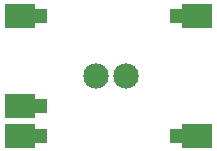
<source format=gbr>
%TF.GenerationSoftware,KiCad,Pcbnew,9.0.1+dfsg-1*%
%TF.CreationDate,2025-05-01T10:58:03+02:00*%
%TF.ProjectId,battery-connector,62617474-6572-4792-9d63-6f6e6e656374,rev?*%
%TF.SameCoordinates,Original*%
%TF.FileFunction,Soldermask,Bot*%
%TF.FilePolarity,Negative*%
%FSLAX46Y46*%
G04 Gerber Fmt 4.6, Leading zero omitted, Abs format (unit mm)*
G04 Created by KiCad (PCBNEW 9.0.1+dfsg-1) date 2025-05-01 10:58:03*
%MOMM*%
%LPD*%
G01*
G04 APERTURE LIST*
G04 Aperture macros list*
%AMRoundRect*
0 Rectangle with rounded corners*
0 $1 Rounding radius*
0 $2 $3 $4 $5 $6 $7 $8 $9 X,Y pos of 4 corners*
0 Add a 4 corners polygon primitive as box body*
4,1,4,$2,$3,$4,$5,$6,$7,$8,$9,$2,$3,0*
0 Add four circle primitives for the rounded corners*
1,1,$1+$1,$2,$3*
1,1,$1+$1,$4,$5*
1,1,$1+$1,$6,$7*
1,1,$1+$1,$8,$9*
0 Add four rect primitives between the rounded corners*
20,1,$1+$1,$2,$3,$4,$5,0*
20,1,$1+$1,$4,$5,$6,$7,0*
20,1,$1+$1,$6,$7,$8,$9,0*
20,1,$1+$1,$8,$9,$2,$3,0*%
G04 Aperture macros list end*
%ADD10C,2.154000*%
%ADD11R,2.540000X2.000000*%
%ADD12RoundRect,0.250000X-0.375000X-0.375000X0.375000X-0.375000X0.375000X0.375000X-0.375000X0.375000X0*%
G04 APERTURE END LIST*
D10*
%TO.C,J1*%
X66802000Y-60960000D03*
X69342000Y-60960000D03*
%TD*%
D11*
%TO.C,M1*%
X75352000Y-55880000D03*
D12*
X73652000Y-55880000D03*
D11*
X75352000Y-66040000D03*
D12*
X73652000Y-66040000D03*
X62052000Y-55880000D03*
D11*
X60352000Y-55880000D03*
D12*
X62052000Y-63500000D03*
D11*
X60352000Y-63500000D03*
D12*
X62052000Y-66040000D03*
D11*
X60352000Y-66040000D03*
%TD*%
M02*

</source>
